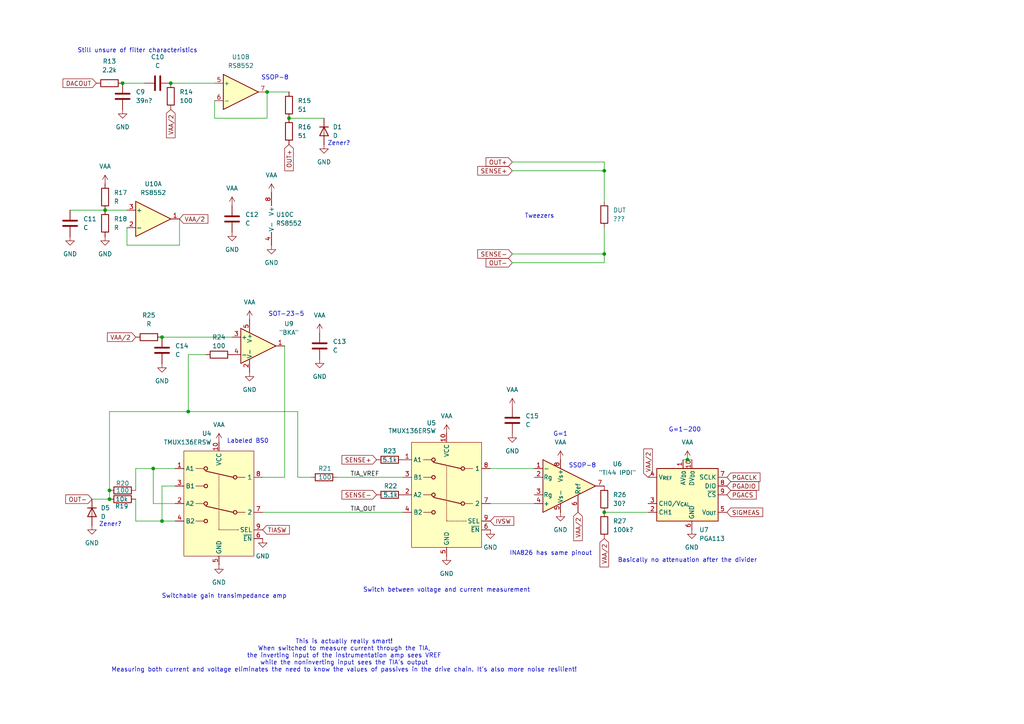
<source format=kicad_sch>
(kicad_sch (version 20250114) (generator "eeschema") (generator_version "9.0")
  (paper "A4")
  (lib_symbols
    (symbol "Amplifier_Instrumentation:INA849DGK" (pin_names (offset 0.127))
      (property "Reference" "U" (at 3.556 7.366 0))
      (property "Value" "INA849DGK" (at 7.366 5.334 0))
      (symbol "INA849DGK_0_1"
        (polyline (pts (xy -5.08 7.62) (xy -5.08 -7.62) (xy 10.16 0) (xy -5.08 7.62)) (stroke (width 0.254)) (fill (type background)))
      )
      (symbol "INA849DGK_1_1"
        (pin input line (at -7.62 5.08 0) (length 2.54) (name "-") (number "1"))
        (pin passive line (at -7.62 2.54 0) (length 2.54) (name "Rg") (number "2"))
        (pin passive line (at -7.62 -2.54 0) (length 2.54) (name "Rg") (number "3"))
        (pin input line (at -7.62 -5.08 0) (length 2.54) (name "+") (number "4"))
        (pin power_in line (at 0 7.62 270) (length 2.54) (name "Vs+") (number "8"))
        (pin power_in line (at 0 -7.62 90) (length 2.54) (name "Vs-") (number "5"))
        (pin passive line (at 5.08 -7.62 90) (length 5.08) (name "Ref") (number "6"))
        (pin output line (at 12.7 0 180) (length 2.54) (name "~") (number "7"))
      )
    )
    (symbol "Amplifier_Operational:LM358" (pin_names (offset 0.127))
      (property "Reference" "U" (at 0 5.08 0))
      (property "Value" "LM358" (at 0 -5.08 0))
      (symbol "LM358_1_1"
        (polyline (pts (xy -5.08 5.08) (xy 5.08 0) (xy -5.08 -5.08) (xy -5.08 5.08)) (stroke (width 0.254)) (fill (type background)))
        (pin input line (at -7.62 2.54 0) (length 2.54) (name "+") (number "3"))
        (pin input line (at -7.62 -2.54 0) (length 2.54) (name "-") (number "2"))
        (pin output line (at 7.62 0 180) (length 2.54) (name "~") (number "1"))
      )
      (symbol "LM358_2_1"
        (polyline (pts (xy -5.08 5.08) (xy 5.08 0) (xy -5.08 -5.08) (xy -5.08 5.08)) (stroke (width 0.254)) (fill (type background)))
        (pin input line (at -7.62 2.54 0) (length 2.54) (name "+") (number "5"))
        (pin input line (at -7.62 -2.54 0) (length 2.54) (name "-") (number "6"))
        (pin output line (at 7.62 0 180) (length 2.54) (name "~") (number "7"))
      )
      (symbol "LM358_3_1"
        (pin power_in line (at -2.54 7.62 270) (length 3.81) (name "V+") (number "8"))
        (pin power_in line (at -2.54 -7.62 90) (length 3.81) (name "V-") (number "4"))
      )
    )
    (symbol "Amplifier_Operational:OPA188xxDBV" (pin_names (offset 0.127))
      (property "Reference" "U" (at 0 5.08 0))
      (property "Value" "OPA188xxDBV" (at 0 -5.08 0))
      (symbol "OPA188xxDBV_0_1"
        (polyline (pts (xy -5.08 5.08) (xy 5.08 0) (xy -5.08 -5.08) (xy -5.08 5.08)) (stroke (width 0.254)) (fill (type background)))
        (pin power_in line (at -2.54 7.62 270) (length 3.81) (name "V+") (number "5"))
        (pin power_in line (at -2.54 -7.62 90) (length 3.81) (name "V-") (number "2"))
      )
      (symbol "OPA188xxDBV_1_1"
        (pin input line (at -7.62 2.54 0) (length 2.54) (name "+") (number "3"))
        (pin input line (at -7.62 -2.54 0) (length 2.54) (name "-") (number "4"))
        (pin output line (at 7.62 0 180) (length 2.54) (name "~") (number "1"))
      )
    )
    (symbol "Analog:PGA113"
      (property "Reference" "U" (at -8.89 8.89 0))
      (property "Value" "PGA113" (at 7.62 8.89 0))
      (symbol "PGA113_0_1"
        (rectangle (start -10.16 7.62) (end 7.62 -7.62) (stroke (width 0.254)) (fill (type background)))
      )
      (symbol "PGA113_1_1"
        (pin input line (at -12.7 5.08 0) (length 2.54) (name "V_{REF}") (number "4"))
        (pin input line (at -12.7 -2.54 0) (length 2.54) (name "CH0/V_{CAL}") (number "3"))
        (pin input line (at -12.7 -5.08 0) (length 2.54) (name "CH1") (number "2"))
        (pin power_in line (at -2.54 10.16 270) (length 2.54) (name "AV_{DD}") (number "1"))
        (pin power_in line (at 0 10.16 270) (length 2.54) (name "DV_{DD}") (number "10"))
        (pin power_in line (at 0 -10.16 90) (length 2.54) (name "GND") (number "6"))
        (pin input line (at 10.16 5.08 180) (length 2.54) (name "SCLK") (number "7"))
        (pin bidirectional line (at 10.16 2.54 180) (length 2.54) (name "DIO") (number "8"))
        (pin input line (at 10.16 0 180) (length 2.54) (name "~{CS}") (number "9"))
        (pin output line (at 10.16 -5.08 180) (length 2.54) (name "V_{OUT}") (number "5"))
      )
    )
    (symbol "Analog_Switch:TMUX154ERSW"
      (property "Reference" "U4" (at 2.1433 20.32 0))
      (property "Value" "TMUX136ERSW" (at 2.1433 17.78 0))
      (symbol "TMUX154ERSW_1_1"
        (rectangle (start -10.16 15.24) (end 10.16 -15.24) (fill (type background)))
        (polyline (pts (xy -7.62 7.62) (xy -5.334 7.62)))
        (polyline (pts (xy -7.62 -2.54) (xy -5.334 -2.54)))
        (polyline (pts (xy -5.715 -7.62) (xy -5.207 -7.62)))
        (polyline (pts (xy -4.953 -7.62) (xy -4.699 -7.62)))
        (circle (center -4.699 7.62) (radius 0.508) (stroke (width 0.254)))
        (circle (center -4.699 -2.54) (radius 0.508) (stroke (width 0.254)))
        (polyline (pts (xy -4.445 -7.62) (xy -4.191 -7.62)))
        (polyline (pts (xy -3.937 -7.62) (xy -3.683 -7.62)))
        (polyline (pts (xy -3.429 -7.62) (xy -3.175 -7.62)))
        (polyline (pts (xy -2.921 -7.62) (xy -2.667 -7.62)))
        (polyline (pts (xy -2.413 -7.62) (xy -2.159 -7.62)))
        (polyline (pts (xy -1.905 -7.62) (xy -1.651 -7.62)))
        (polyline (pts (xy -1.397 -7.62) (xy -1.143 -7.62)))
        (polyline (pts (xy -0.889 -7.62) (xy -0.635 -7.62)))
        (polyline (pts (xy -0.381 -7.62) (xy -0.127 -7.62)))
        (polyline (pts (xy 0 7.874) (xy 0 8.128)))
        (polyline (pts (xy 0 7.366) (xy 0 7.62)))
        (polyline (pts (xy 0 6.858) (xy 0 7.112)))
        (polyline (pts (xy 0 6.35) (xy 0 6.604)))
        (polyline (pts (xy 0 5.842) (xy 0 6.096)))
        (polyline (pts (xy 0 5.334) (xy 0 5.588)))
        (polyline (pts (xy 0 4.826) (xy 0 5.08)))
        (polyline (pts (xy 0 4.318) (xy 0 4.572)))
        (polyline (pts (xy 0 3.81) (xy 0 4.064)))
        (polyline (pts (xy 0 3.302) (xy 0 3.556)))
        (polyline (pts (xy 0 2.794) (xy 0 3.048)))
        (polyline (pts (xy 0 2.286) (xy 0 2.54)))
        (polyline (pts (xy 0 1.778) (xy 0 2.032)))
        (polyline (pts (xy 0 1.27) (xy 0 1.524)))
        (polyline (pts (xy 0 0.762) (xy 0 1.016)))
        (polyline (pts (xy 0 0.254) (xy 0 0.508)))
        (polyline (pts (xy 0 -0.254) (xy 0 0)))
        (polyline (pts (xy 0 -0.762) (xy 0 -0.508)))
        (polyline (pts (xy 0 -1.27) (xy 0 -1.016)))
        (polyline (pts (xy 0 -2.286) (xy 0 -2.032)))
        (polyline (pts (xy 0 -2.794) (xy 0 -2.54)))
        (polyline (pts (xy 0 -3.302) (xy 0 -3.048)))
        (polyline (pts (xy 0 -3.81) (xy 0 -3.556)))
        (polyline (pts (xy 0 -4.318) (xy 0 -4.064)))
        (polyline (pts (xy 0 -4.826) (xy 0 -4.572)))
        (polyline (pts (xy 0 -5.334) (xy 0 -5.08)))
        (polyline (pts (xy 0 -5.842) (xy 0 -5.588)))
        (polyline (pts (xy 0 -6.35) (xy 0 -6.096)))
        (polyline (pts (xy 0 -6.858) (xy 0 -6.604)))
        (polyline (pts (xy 0 -7.62) (xy 0 -7.112)))
        (circle (center 3.81 10.16) (radius 0.508) (stroke (width 0.254)))
        (polyline (pts (xy 3.81 9.398) (xy -4.064 7.62)) (stroke (width 0.254)))
        (circle (center 3.81 5.08) (radius 0.508) (stroke (width 0.254)))
        (circle (center 3.81 0) (radius 0.508) (stroke (width 0.254)))
        (polyline (pts (xy 3.81 -0.762) (xy -4.064 -2.54)) (stroke (width 0.254)))
        (circle (center 3.81 -5.08) (radius 0.508) (stroke (width 0.254)))
        (polyline (pts (xy 6.731 10.16) (xy 4.445 10.16)))
        (polyline (pts (xy 6.731 5.08) (xy 4.445 5.08)))
        (polyline (pts (xy 6.731 0) (xy 4.445 0)))
        (polyline (pts (xy 6.731 -5.08) (xy 4.445 -5.08)))
        (pin passive line (at -12.7 7.62 0) (length 2.54) (name "1") (number "8"))
        (pin passive line (at -12.7 -2.54 0) (length 2.54) (name "2") (number "7"))
        (pin passive line (at -12.7 -7.62 0) (length 2.54) (name "SEL") (number "9"))
        (pin passive line (at -12.7 -10.16 0) (length 2.54) (name "~{EN}") (number "6"))
        (pin power_in line (at 0 17.78 270) (length 2.54) (name "VCC") (number "10"))
        (pin power_in line (at 0 -17.78 90) (length 2.54) (name "GND") (number "5"))
        (pin passive line (at 12.7 10.16 180) (length 2.54) (name "A1") (number "1"))
        (pin passive line (at 12.7 5.08 180) (length 2.54) (name "B1") (number "3"))
        (pin passive line (at 12.7 0 180) (length 2.54) (name "A2") (number "2"))
        (pin passive line (at 12.7 -5.08 180) (length 2.54) (name "B2") (number "4"))
      )
    )
    (symbol "Device:C" (pin_numbers (hide yes)) (pin_names (offset 0.254))
      (property "Reference" "C" (at 0.635 2.54 0))
      (property "Value" "C" (at 0.635 -2.54 0))
      (symbol "C_0_1"
        (polyline (pts (xy -2.032 0.762) (xy 2.032 0.762)) (stroke (width 0.508)))
        (polyline (pts (xy -2.032 -0.762) (xy 2.032 -0.762)) (stroke (width 0.508)))
      )
      (symbol "C_1_1"
        (pin passive line (at 0 3.81 270) (length 2.794) (name "~") (number "1"))
        (pin passive line (at 0 -3.81 90) (length 2.794) (name "~") (number "2"))
      )
    )
    (symbol "Device:D" (pin_numbers (hide yes)) (pin_names (offset 1.016) (hide yes))
      (property "Reference" "D" (at 0 2.54 0))
      (property "Value" "D" (at 0 -2.54 0))
      (symbol "D_0_1"
        (polyline (pts (xy -1.27 1.27) (xy -1.27 -1.27)) (stroke (width 0.254)))
        (polyline (pts (xy 1.27 1.27) (xy 1.27 -1.27) (xy -1.27 0) (xy 1.27 1.27)) (stroke (width 0.254)))
        (polyline (pts (xy 1.27 0) (xy -1.27 0)))
      )
      (symbol "D_1_1"
        (pin passive line (at -3.81 0 0) (length 2.54) (name "K") (number "1"))
        (pin passive line (at 3.81 0 180) (length 2.54) (name "A") (number "2"))
      )
    )
    (symbol "Device:R" (pin_numbers (hide yes)) (pin_names (offset 0))
      (property "Reference" "R" (at 2.032 0 90))
      (property "Value" "R" (at 0 0 90))
      (symbol "R_0_1"
        (rectangle (start -1.016 -2.54) (end 1.016 2.54) (stroke (width 0.254)))
      )
      (symbol "R_1_1"
        (pin passive line (at 0 3.81 270) (length 1.27) (name "~") (number "1"))
        (pin passive line (at 0 -3.81 90) (length 1.27) (name "~") (number "2"))
      )
    )
    (symbol "power:GND" (power) (pin_numbers (hide yes)) (pin_names (offset 0) (hide yes))
      (property "Value" "GND" (at 0 -3.81 0))
      (symbol "GND_0_1"
        (polyline (pts (xy 0 0) (xy 0 -1.27) (xy 1.27 -1.27) (xy 0 -2.54) (xy -1.27 -1.27) (xy 0 -1.27)))
      )
      (symbol "GND_1_1"
        (pin power_in line (at 0 0 270) (length 0) (name "~") (number "1"))
      )
    )
    (symbol "power:VAA" (power) (pin_numbers (hide yes)) (pin_names (offset 0) (hide yes))
      (property "Value" "VAA" (at 0 3.556 0))
      (symbol "VAA_0_1"
        (polyline (pts (xy -0.762 1.27) (xy 0 2.54)))
        (polyline (pts (xy 0 2.54) (xy 0.762 1.27)))
        (polyline (pts (xy 0 0) (xy 0 2.54)))
      )
      (symbol "VAA_1_1"
        (pin power_in line (at 0 0 90) (length 0) (name "~") (number "1"))
      )
    )
  )
  (text "Switchable gain transimpedance amp" (at 65.024 172.974 0) (effects (font (size 1.27 1.27))))
  (text "G=1-200" (at 198.628 124.714 0) (effects (font (size 1.27 1.27))))
  (text "Switch between voltage and current measurement" (at 129.54 171.196 0) (effects (font (size 1.27 1.27))))
  (text "This is actually really smart!\nWhen switched to measure current through the TIA,\nthe inverting input of the instrumentation amp sees VREF\nwhile the noninverting input sees the TIA's output\nMeasuring both current and voltage eliminates the need to know the values of passives in the drive chain. It's also more noise resilient!" (at 99.822 190.246 0) (effects (font (size 1.27 1.27))))
  (text "SSOP-8" (at 79.756 22.606 0) (effects (font (size 1.27 1.27))))
  (text "SSOP-8" (at 168.91 135.128 0) (effects (font (size 1.27 1.27))))
  (text "Zener?" (at 98.298 41.656 0) (effects (font (size 1.27 1.27))))
  (text "G=1" (at 162.56 125.984 0) (effects (font (size 1.27 1.27))))
  (text "SOT-23-5" (at 83.058 91.186 0) (effects (font (size 1.27 1.27))))
  (text "Zener?" (at 32.004 152.146 0) (effects (font (size 1.27 1.27))))
  (text "Labeled BS0" (at 71.882 128.016 0) (effects (font (size 1.27 1.27))))
  (text "Still unsure of filter characteristics" (at 39.878 14.732 0) (effects (font (size 1.27 1.27))))
  (text "INA826 has same pinout" (at 159.766 160.528 0) (effects (font (size 1.27 1.27))))
  (text "Tweezers" (at 156.464 62.738 0) (effects (font (size 1.27 1.27))))
  (text "Basically no attenuation after the divider" (at 199.39 162.56 0) (effects (font (size 1.27 1.27))))
  (junction (at 54.61 119.38))
  (junction (at 46.99 151.13))
  (junction (at 44.45 135.89))
  (junction (at 46.99 97.79))
  (junction (at 175.26 148.59))
  (junction (at 30.48 60.96))
  (junction (at 175.26 49.53))
  (junction (at 35.56 24.13))
  (junction (at 31.75 142.24))
  (junction (at 31.75 144.78))
  (junction (at 77.47 26.67))
  (junction (at 175.26 73.66))
  (junction (at 49.53 24.13))
  (junction (at 199.39 133.35))
  (junction (at 83.82 34.29))
  (wire (pts (xy 148.59 76.2) (xy 175.26 76.2)))
  (wire (pts (xy 30.48 60.96) (xy 36.83 60.96)))
  (wire (pts (xy 39.37 135.89) (xy 44.45 135.89)))
  (wire (pts (xy 77.47 26.67) (xy 77.47 34.29)))
  (wire (pts (xy 77.47 34.29) (xy 62.23 34.29)))
  (wire (pts (xy 86.36 119.38) (xy 86.36 138.43)))
  (wire (pts (xy 86.36 119.38) (xy 54.61 119.38)))
  (wire (pts (xy 44.45 146.05) (xy 44.45 135.89)))
  (wire (pts (xy 59.69 102.87) (xy 54.61 102.87)))
  (wire (pts (xy 82.55 100.33) (xy 82.55 138.43)))
  (wire (pts (xy 36.83 66.04) (xy 36.83 71.12)))
  (wire (pts (xy 175.26 49.53) (xy 175.26 58.42)))
  (wire (pts (xy 82.55 138.43) (xy 76.2 138.43)))
  (wire (pts (xy 148.59 46.99) (xy 175.26 46.99)))
  (wire (pts (xy 39.37 144.78) (xy 39.37 151.13)))
  (wire (pts (xy 116.84 138.43) (xy 97.79 138.43)))
  (wire (pts (xy 46.99 151.13) (xy 50.8 151.13)))
  (wire (pts (xy 20.32 60.96) (xy 30.48 60.96)))
  (wire (pts (xy 175.26 73.66) (xy 175.26 66.04)))
  (wire (pts (xy 49.53 24.13) (xy 62.23 24.13)))
  (wire (pts (xy 142.24 146.05) (xy 154.94 146.05)))
  (wire (pts (xy 142.24 135.89) (xy 154.94 135.89)))
  (wire (pts (xy 199.39 133.35) (xy 200.66 133.35)))
  (wire (pts (xy 26.67 144.78) (xy 31.75 144.78)))
  (wire (pts (xy 50.8 146.05) (xy 44.45 146.05)))
  (wire (pts (xy 50.8 140.97) (xy 46.99 140.97)))
  (wire (pts (xy 54.61 119.38) (xy 31.75 119.38)))
  (wire (pts (xy 175.26 76.2) (xy 175.26 73.66)))
  (wire (pts (xy 175.26 46.99) (xy 175.26 49.53)))
  (wire (pts (xy 76.2 148.59) (xy 116.84 148.59)))
  (wire (pts (xy 52.07 71.12) (xy 52.07 63.5)))
  (wire (pts (xy 198.12 133.35) (xy 199.39 133.35)))
  (wire (pts (xy 62.23 34.29) (xy 62.23 29.21)))
  (wire (pts (xy 39.37 151.13) (xy 46.99 151.13)))
  (wire (pts (xy 54.61 102.87) (xy 54.61 119.38)))
  (wire (pts (xy 148.59 49.53) (xy 175.26 49.53)))
  (wire (pts (xy 31.75 119.38) (xy 31.75 142.24)))
  (wire (pts (xy 39.37 142.24) (xy 39.37 135.89)))
  (wire (pts (xy 83.82 34.29) (xy 93.98 34.29)))
  (wire (pts (xy 148.59 73.66) (xy 175.26 73.66)))
  (wire (pts (xy 175.26 148.59) (xy 187.96 148.59)))
  (wire (pts (xy 83.82 26.67) (xy 77.47 26.67)))
  (wire (pts (xy 46.99 140.97) (xy 46.99 151.13)))
  (wire (pts (xy 46.99 97.79) (xy 67.31 97.79)))
  (wire (pts (xy 31.75 142.24) (xy 31.75 144.78)))
  (wire (pts (xy 36.83 71.12) (xy 52.07 71.12)))
  (wire (pts (xy 44.45 135.89) (xy 50.8 135.89)))
  (wire (pts (xy 86.36 138.43) (xy 90.17 138.43)))
  (wire (pts (xy 35.56 24.13) (xy 41.91 24.13)))
  (label "TIA_VREF" (at 101.6 138.43 0))
  (label "TIA_OUT" (at 101.6 148.59 0))
  (global_label "SENSE-" (shape input) (at 148.59 73.66 180) (property "Intersheetrefs" "${INTERSHEET_REFS}" (effects (hide yes))))
  (global_label "VAA{slash}2" (shape input) (at 167.64 148.59 270) (property "Intersheetrefs" "${INTERSHEET_REFS}" (effects (hide yes))))
  (global_label "PGACLK" (shape input) (at 210.82 138.43 0) (property "Intersheetrefs" "${INTERSHEET_REFS}" (effects (hide yes))))
  (global_label "IVSW" (shape input) (at 142.24 151.13 0) (property "Intersheetrefs" "${INTERSHEET_REFS}" (effects (hide yes))))
  (global_label "PGACS" (shape input) (at 210.82 143.51 0) (property "Intersheetrefs" "${INTERSHEET_REFS}" (effects (hide yes))))
  (global_label "VAA{slash}2" (shape input) (at 52.07 63.5 0) (property "Intersheetrefs" "${INTERSHEET_REFS}" (effects (hide yes))))
  (global_label "SIGMEAS" (shape input) (at 210.82 148.59 0) (property "Intersheetrefs" "${INTERSHEET_REFS}" (effects (hide yes))))
  (global_label "SENSE+" (shape input) (at 109.22 133.35 180) (property "Intersheetrefs" "${INTERSHEET_REFS}" (effects (hide yes))))
  (global_label "SENSE-" (shape input) (at 109.22 143.51 180) (property "Intersheetrefs" "${INTERSHEET_REFS}" (effects (hide yes))))
  (global_label "TIASW" (shape input) (at 76.2 153.67 0) (property "Intersheetrefs" "${INTERSHEET_REFS}" (effects (hide yes))))
  (global_label "OUT+" (shape input) (at 83.82 41.91 270) (property "Intersheetrefs" "${INTERSHEET_REFS}" (effects (hide yes))))
  (global_label "OUT-" (shape input) (at 148.59 76.2 180) (property "Intersheetrefs" "${INTERSHEET_REFS}" (effects (hide yes))))
  (global_label "VAA{slash}2" (shape input) (at 39.37 97.79 180) (property "Intersheetrefs" "${INTERSHEET_REFS}" (effects (hide yes))))
  (global_label "OUT+" (shape input) (at 148.59 46.99 180) (property "Intersheetrefs" "${INTERSHEET_REFS}" (effects (hide yes))))
  (global_label "SENSE+" (shape input) (at 148.59 49.53 180) (property "Intersheetrefs" "${INTERSHEET_REFS}" (effects (hide yes))))
  (global_label "PGADIO" (shape input) (at 210.82 140.97 0) (property "Intersheetrefs" "${INTERSHEET_REFS}" (effects (hide yes))))
  (global_label "DACOUT" (shape input) (at 27.94 24.13 180) (property "Intersheetrefs" "${INTERSHEET_REFS}" (effects (hide yes))))
  (global_label "VAA{slash}2" (shape input) (at 49.53 31.75 270) (property "Intersheetrefs" "${INTERSHEET_REFS}" (effects (hide yes))))
  (global_label "VAA{slash}2" (shape input) (at 187.96 138.43 90) (property "Intersheetrefs" "${INTERSHEET_REFS}" (effects (hide yes))))
  (global_label "VAA{slash}2" (shape input) (at 175.26 156.21 270) (property "Intersheetrefs" "${INTERSHEET_REFS}" (effects (hide yes))))
  (global_label "OUT-" (shape input) (at 26.67 144.78 180) (property "Intersheetrefs" "${INTERSHEET_REFS}" (effects (hide yes))))
  (symbol (lib_id "Analog:PGA113") (at 200.66 143.51 0) (unit 1)
    (property "Reference" "U7" (at 202.8033 153.67 0) (effects (justify left)))
    (property "Value" "PGA113" (at 202.8033 156.21 0) (effects (justify left)))
    (property "Footprint" "Package_SO:TSSOP-10_3x3mm_P0.5mm" (effects (hide yes)))
    (property "Datasheet" "http://www.ti.com/lit/ds/sbos424c/sbos424c.pdf" (effects (hide yes)))
    (property "Description" "Zero-Drift Programmable Gain Amplifier With Mux, x1/x2/x5/x10/x20/x50/x100/x200 gains, VSSOP-10" (effects (hide yes)))
  )
  (symbol (lib_id "Device:D") (at 93.98 38.1 270) (unit 1)
    (property "Reference" "D1" (at 96.52 36.8299 90) (effects (justify left)))
    (property "Value" "D" (at 96.52 39.3699 90) (effects (justify left)))
    (property "Description" "Diode" (effects (hide yes)))
    (property "Sim.Device" "D" (effects (hide yes)))
    (property "Sim.Pins" "1=K 2=A" (effects (hide yes)))
  )
  (symbol (lib_id "power:GND") (at 26.67 152.4 0) (unit 1)
    (property "Reference" "#PWR048" (effects (hide yes)))
    (property "Value" "GND" (at 26.67 157.48 0))
    (property "Description" "Power symbol creates a global label with name \"GND\" , ground" (effects (hide yes)))
  )
  (symbol (lib_id "Device:C") (at 148.59 121.92 0) (unit 1)
    (property "Reference" "C15" (at 152.4 120.6499 0) (effects (justify left)))
    (property "Value" "C" (at 152.4 123.1899 0) (effects (justify left)))
    (property "Description" "Unpolarized capacitor" (effects (hide yes)))
  )
  (symbol (lib_id "Device:C") (at 45.72 24.13 90) (unit 1)
    (property "Reference" "C10" (at 45.72 16.51 90))
    (property "Value" "C" (at 45.72 19.05 90))
    (property "Description" "Unpolarized capacitor" (effects (hide yes)))
  )
  (symbol (lib_id "power:VAA") (at 72.39 92.71 0) (unit 1)
    (property "Reference" "#PWR052" (effects (hide yes)))
    (property "Value" "VAA" (at 72.39 87.63 0))
    (property "Description" "Power symbol creates a global label with name \"VAA\"" (effects (hide yes)))
  )
  (symbol (lib_id "Device:D") (at 26.67 148.59 270) (unit 1)
    (property "Reference" "D5" (at 29.21 147.3199 90) (effects (justify left)))
    (property "Value" "D" (at 29.21 149.8599 90) (effects (justify left)))
    (property "Description" "Diode" (effects (hide yes)))
    (property "Sim.Device" "D" (effects (hide yes)))
    (property "Sim.Pins" "1=K 2=A" (effects (hide yes)))
  )
  (symbol (lib_id "power:GND") (at 92.71 104.14 0) (unit 1)
    (property "Reference" "#PWR054" (effects (hide yes)))
    (property "Value" "GND" (at 92.71 109.22 0))
    (property "Description" "Power symbol creates a global label with name \"GND\" , ground" (effects (hide yes)))
  )
  (symbol (lib_id "power:GND") (at 78.74 71.12 0) (unit 1)
    (property "Reference" "#PWR044" (effects (hide yes)))
    (property "Value" "GND" (at 78.74 76.2 0))
    (property "Description" "Power symbol creates a global label with name \"GND\" , ground" (effects (hide yes)))
  )
  (symbol (lib_id "power:VAA") (at 67.31 59.69 0) (unit 1)
    (property "Reference" "#PWR042" (effects (hide yes)))
    (property "Value" "VAA" (at 67.31 54.61 0))
    (property "Description" "Power symbol creates a global label with name \"VAA\"" (effects (hide yes)))
  )
  (symbol (lib_id "power:GND") (at 46.99 105.41 0) (unit 1)
    (property "Reference" "#PWR055" (effects (hide yes)))
    (property "Value" "GND" (at 46.99 110.49 0))
    (property "Description" "Power symbol creates a global label with name \"GND\" , ground" (effects (hide yes)))
  )
  (symbol (lib_id "Device:R") (at 113.03 143.51 90) (unit 1)
    (property "Reference" "R22" (at 113.284 140.97 90))
    (property "Value" "5.1k" (at 113.284 143.51 90))
    (property "Description" "Resistor" (effects (hide yes)))
  )
  (symbol (lib_id "power:VAA") (at 78.74 55.88 0) (unit 1)
    (property "Reference" "#PWR041" (effects (hide yes)))
    (property "Value" "VAA" (at 78.74 50.8 0))
    (property "Description" "Power symbol creates a global label with name \"VAA\"" (effects (hide yes)))
  )
  (symbol (lib_id "Device:R") (at 30.48 64.77 180) (unit 1)
    (property "Reference" "R18" (at 33.02 63.4999 0) (effects (justify right)))
    (property "Value" "R" (at 33.02 66.0399 0) (effects (justify right)))
    (property "Description" "Resistor" (effects (hide yes)))
  )
  (symbol (lib_id "power:VAA") (at 63.5 128.27 0) (unit 1)
    (property "Reference" "#PWR046" (effects (hide yes)))
    (property "Value" "VAA" (at 63.5 123.19 0))
    (property "Description" "Power symbol creates a global label with name \"VAA\"" (effects (hide yes)))
  )
  (symbol (lib_id "power:GND") (at 76.2 156.21 0) (unit 1)
    (property "Reference" "#PWR049" (effects (hide yes)))
    (property "Value" "GND" (at 76.2 161.29 0))
    (property "Description" "Power symbol creates a global label with name \"GND\" , ground" (effects (hide yes)))
  )
  (symbol (lib_id "Amplifier_Operational:LM358") (at 69.85 26.67 0) (unit 2)
    (property "Reference" "U10" (at 69.85 16.51 0))
    (property "Value" "RS8552" (at 69.85 19.05 0))
    (property "Datasheet" "http://www.ti.com/lit/ds/symlink/lm2904-n.pdf" (effects (hide yes)))
    (property "Description" "Low-Power, Dual Operational Amplifiers, DIP-8/SOIC-8/TO-99-8" (effects (hide yes)))
  )
  (symbol (lib_id "power:GND") (at 162.56 148.59 0) (unit 1)
    (property "Reference" "#PWR059" (effects (hide yes)))
    (property "Value" "GND" (at 162.56 153.67 0))
    (property "Description" "Power symbol creates a global label with name \"GND\" , ground" (effects (hide yes)))
  )
  (symbol (lib_id "Device:R") (at 35.56 142.24 90) (unit 1)
    (property "Reference" "R20" (at 35.56 140.208 90))
    (property "Value" "100" (at 35.56 142.24 90))
    (property "Description" "Resistor" (effects (hide yes)))
  )
  (symbol (lib_id "Amplifier_Operational:OPA188xxDBV") (at 74.93 100.33 0) (unit 1)
    (property "Reference" "U9" (at 83.82 93.9098 0))
    (property "Value" "\"BKA\"" (at 83.82 96.4498 0))
    (property "Footprint" "Package_TO_SOT_SMD:TSOT-23-5" (effects (hide yes)))
    (property "Datasheet" "http://www.ti.com/lit/ds/symlink/opa188.pdf" (effects (hide yes)))
    (property "Description" "Zero-Drift, Precision, Low-Noise, Rail-to-Rail Output, 36-V Operational Amplifier, TSOT-23-5" (effects (hide yes)))
  )
  (symbol (lib_id "power:GND") (at 72.39 107.95 0) (unit 1)
    (property "Reference" "#PWR063" (effects (hide yes)))
    (property "Value" "GND" (at 72.39 113.03 0))
    (property "Description" "Power symbol creates a global label with name \"GND\" , ground" (effects (hide yes)))
  )
  (symbol (lib_id "Analog_Switch:TMUX154ERSW") (at 129.54 143.51 0) (mirror y) (unit 1)
    (property "Reference" "U5" (at 126.492 122.682 0) (effects (justify left)))
    (property "Value" "TMUX136ERSW" (at 126.492 124.968 0) (effects (justify left)))
    (property "Footprint" "Package_DFN_QFN:UQFN-10_1.4x1.8mm_P0.4mm" (effects (hide yes)))
    (property "Datasheet" "https://www.ti.com/lit/ds/symlink/tmux154e.pdf" (effects (hide yes)))
    (property "Description" "ESD-Protected, Low Capacitance, 2-Channel, 2:1 Switch, With Powered-off Protection, UQFN-10" (effects (hide yes)))
  )
  (symbol (lib_id "Device:R") (at 49.53 27.94 180) (unit 1)
    (property "Reference" "R14" (at 52.07 26.6699 0) (effects (justify right)))
    (property "Value" "100" (at 52.07 29.2099 0) (effects (justify right)))
    (property "Description" "Resistor" (effects (hide yes)))
  )
  (symbol (lib_id "power:GND") (at 35.56 31.75 0) (unit 1)
    (property "Reference" "#PWR036" (effects (hide yes)))
    (property "Value" "GND" (at 35.56 36.83 0))
    (property "Description" "Power symbol creates a global label with name \"GND\" , ground" (effects (hide yes)))
  )
  (symbol (lib_id "power:GND") (at 63.5 163.83 0) (unit 1)
    (property "Reference" "#PWR047" (effects (hide yes)))
    (property "Value" "GND" (at 63.5 168.91 0))
    (property "Description" "Power symbol creates a global label with name \"GND\" , ground" (effects (hide yes)))
  )
  (symbol (lib_id "Device:C") (at 20.32 64.77 180) (unit 1)
    (property "Reference" "C11" (at 24.13 63.4999 0) (effects (justify right)))
    (property "Value" "C" (at 24.13 66.0399 0) (effects (justify right)))
    (property "Description" "Unpolarized capacitor" (effects (hide yes)))
  )
  (symbol (lib_id "Amplifier_Operational:LM358") (at 81.28 63.5 0) (unit 3)
    (property "Reference" "U10" (at 80.01 62.2299 0) (effects (justify left)))
    (property "Value" "RS8552" (at 80.01 64.7699 0) (effects (justify left)))
    (property "Datasheet" "http://www.ti.com/lit/ds/symlink/lm2904-n.pdf" (effects (hide yes)))
    (property "Description" "Low-Power, Dual Operational Amplifiers, DIP-8/SOIC-8/TO-99-8" (effects (hide yes)))
  )
  (symbol (lib_id "Analog_Switch:TMUX154ERSW") (at 63.5 146.05 0) (mirror y) (unit 1)
    (property "Reference" "U4" (at 61.3567 125.73 0) (effects (justify left)))
    (property "Value" "TMUX136ERSW" (at 61.3567 128.27 0) (effects (justify left)))
    (property "Footprint" "Package_DFN_QFN:UQFN-10_1.4x1.8mm_P0.4mm" (effects (hide yes)))
    (property "Datasheet" "https://www.ti.com/lit/ds/symlink/tmux154e.pdf" (effects (hide yes)))
    (property "Description" "ESD-Protected, Low Capacitance, 2-Channel, 2:1 Switch, With Powered-off Protection, UQFN-10" (effects (hide yes)))
  )
  (symbol (lib_id "power:VAA") (at 30.48 53.34 0) (unit 1)
    (property "Reference" "#PWR040" (effects (hide yes)))
    (property "Value" "VAA" (at 30.48 48.26 0))
    (property "Description" "Power symbol creates a global label with name \"VAA\"" (effects (hide yes)))
  )
  (symbol (lib_id "Device:C") (at 67.31 63.5 0) (unit 1)
    (property "Reference" "C12" (at 71.12 62.2299 0) (effects (justify left)))
    (property "Value" "C" (at 71.12 64.7699 0) (effects (justify left)))
    (property "Description" "Unpolarized capacitor" (effects (hide yes)))
  )
  (symbol (lib_id "Device:R") (at 83.82 38.1 0) (unit 1)
    (property "Reference" "R16" (at 86.36 36.8299 0) (effects (justify left)))
    (property "Value" "51" (at 86.36 39.3699 0) (effects (justify left)))
    (property "Description" "Resistor" (effects (hide yes)))
  )
  (symbol (lib_id "power:VAA") (at 162.56 133.35 0) (unit 1)
    (property "Reference" "#PWR058" (effects (hide yes)))
    (property "Value" "VAA" (at 162.56 128.27 0))
    (property "Description" "Power symbol creates a global label with name \"VAA\"" (effects (hide yes)))
  )
  (symbol (lib_id "Device:R") (at 43.18 97.79 90) (unit 1)
    (property "Reference" "R25" (at 43.18 91.44 90))
    (property "Value" "R" (at 43.18 93.98 90))
    (property "Description" "Resistor" (effects (hide yes)))
  )
  (symbol (lib_id "Device:R") (at 175.26 144.78 0) (unit 1)
    (property "Reference" "R26" (at 177.8 143.5099 0) (effects (justify left)))
    (property "Value" "30?" (at 177.8 146.0499 0) (effects (justify left)))
    (property "Description" "Resistor" (effects (hide yes)))
  )
  (symbol (lib_id "Device:R") (at 83.82 30.48 0) (unit 1)
    (property "Reference" "R15" (at 86.36 29.2099 0) (effects (justify left)))
    (property "Value" "51" (at 86.36 31.7499 0) (effects (justify left)))
    (property "Description" "Resistor" (effects (hide yes)))
  )
  (symbol (lib_id "power:GND") (at 20.32 68.58 0) (unit 1)
    (property "Reference" "#PWR039" (effects (hide yes)))
    (property "Value" "GND" (at 20.32 73.66 0))
    (property "Description" "Power symbol creates a global label with name \"GND\" , ground" (effects (hide yes)))
  )
  (symbol (lib_id "power:VAA") (at 129.54 125.73 0) (unit 1)
    (property "Reference" "#PWR051" (effects (hide yes)))
    (property "Value" "VAA" (at 129.54 120.65 0))
    (property "Description" "Power symbol creates a global label with name \"VAA\"" (effects (hide yes)))
  )
  (symbol (lib_id "Device:R") (at 35.56 144.78 90) (unit 1)
    (property "Reference" "R19" (at 35.306 146.812 90))
    (property "Value" "10k" (at 35.306 144.78 90))
    (property "Description" "Resistor" (effects (hide yes)))
  )
  (symbol (lib_id "Device:C") (at 92.71 100.33 0) (unit 1)
    (property "Reference" "C13" (at 96.52 99.0599 0) (effects (justify left)))
    (property "Value" "C" (at 96.52 101.5999 0) (effects (justify left)))
    (property "Description" "Unpolarized capacitor" (effects (hide yes)))
  )
  (symbol (lib_id "power:GND") (at 129.54 161.29 0) (unit 1)
    (property "Reference" "#PWR050" (effects (hide yes)))
    (property "Value" "GND" (at 129.54 166.37 0))
    (property "Description" "Power symbol creates a global label with name \"GND\" , ground" (effects (hide yes)))
  )
  (symbol (lib_id "Device:R") (at 31.75 24.13 90) (unit 1)
    (property "Reference" "R13" (at 31.75 17.78 90))
    (property "Value" "2.2k" (at 31.75 20.32 90))
    (property "Description" "Resistor" (effects (hide yes)))
  )
  (symbol (lib_id "power:GND") (at 142.24 153.67 0) (unit 1)
    (property "Reference" "#PWR060" (effects (hide yes)))
    (property "Value" "GND" (at 142.24 158.75 0))
    (property "Description" "Power symbol creates a global label with name \"GND\" , ground" (effects (hide yes)))
  )
  (symbol (lib_id "power:VAA") (at 148.59 118.11 0) (unit 1)
    (property "Reference" "#PWR056" (effects (hide yes)))
    (property "Value" "VAA" (at 148.59 113.03 0))
    (property "Description" "Power symbol creates a global label with name \"VAA\"" (effects (hide yes)))
  )
  (symbol (lib_id "Device:R") (at 30.48 57.15 180) (unit 1)
    (property "Reference" "R17" (at 33.02 55.8799 0) (effects (justify right)))
    (property "Value" "R" (at 33.02 58.4199 0) (effects (justify right)))
    (property "Description" "Resistor" (effects (hide yes)))
  )
  (symbol (lib_id "power:VAA") (at 199.39 133.35 0) (unit 1)
    (property "Reference" "#PWR061" (effects (hide yes)))
    (property "Value" "VAA" (at 199.39 128.27 0))
    (property "Description" "Power symbol creates a global label with name \"VAA\"" (effects (hide yes)))
  )
  (symbol (lib_id "Amplifier_Instrumentation:INA849DGK") (at 162.56 140.97 0) (unit 1)
    (property "Reference" "U6" (at 179.07 134.5498 0))
    (property "Value" "\"TI44 IPDI\"" (at 179.07 137.0898 0))
    (property "Footprint" "Package_SO:VSSOP-8_3x3mm_P0.65mm" (effects (hide yes)))
    (property "Datasheet" "https://www.ti.com/lit/ds/symlink/ina849.pdf" (effects (hide yes)))
    (property "Description" "Ultra-Low-Noise (1 nV/√Hz), 28 MHz Bandwidth, Instrumentation Amplifier, Supply Range 8V to 36V, VSSOP-8" (effects (hide yes)))
  )
  (symbol (lib_id "power:VAA") (at 92.71 96.52 0) (unit 1)
    (property "Reference" "#PWR053" (effects (hide yes)))
    (property "Value" "VAA" (at 92.71 91.44 0))
    (property "Description" "Power symbol creates a global label with name \"VAA\"" (effects (hide yes)))
  )
  (symbol (lib_id "Device:R") (at 175.26 62.23 0) (unit 1)
    (property "Reference" "DUT" (at 177.8 60.9599 0) (effects (justify left)))
    (property "Value" "???" (at 177.8 63.4999 0) (effects (justify left)))
    (property "Description" "Resistor" (effects (hide yes)))
  )
  (symbol (lib_id "power:GND") (at 30.48 68.58 0) (unit 1)
    (property "Reference" "#PWR038" (effects (hide yes)))
    (property "Value" "GND" (at 30.48 73.66 0))
    (property "Description" "Power symbol creates a global label with name \"GND\" , ground" (effects (hide yes)))
  )
  (symbol (lib_id "Device:C") (at 46.99 101.6 0) (unit 1)
    (property "Reference" "C14" (at 50.8 100.3299 0) (effects (justify left)))
    (property "Value" "C" (at 50.8 102.8699 0) (effects (justify left)))
    (property "Description" "Unpolarized capacitor" (effects (hide yes)))
  )
  (symbol (lib_id "power:GND") (at 93.98 41.91 0) (unit 1)
    (property "Reference" "#PWR045" (effects (hide yes)))
    (property "Value" "GND" (at 93.98 46.99 0))
    (property "Description" "Power symbol creates a global label with name \"GND\" , ground" (effects (hide yes)))
  )
  (symbol (lib_id "Device:R") (at 63.5 102.87 90) (unit 1)
    (property "Reference" "R24" (at 63.5 97.79 90))
    (property "Value" "100" (at 63.5 100.33 90))
    (property "Description" "Resistor" (effects (hide yes)))
  )
  (symbol (lib_id "power:GND") (at 200.66 153.67 0) (unit 1)
    (property "Reference" "#PWR062" (effects (hide yes)))
    (property "Value" "GND" (at 200.66 158.75 0))
    (property "Description" "Power symbol creates a global label with name \"GND\" , ground" (effects (hide yes)))
  )
  (symbol (lib_id "Device:R") (at 113.03 133.35 90) (unit 1)
    (property "Reference" "R23" (at 113.03 130.81 90))
    (property "Value" "5.1k" (at 113.03 133.35 90))
    (property "Description" "Resistor" (effects (hide yes)))
  )
  (symbol (lib_id "Device:C") (at 35.56 27.94 0) (unit 1)
    (property "Reference" "C9" (at 39.37 26.6699 0) (effects (justify left)))
    (property "Value" "39n?" (at 39.37 29.2099 0) (effects (justify left)))
    (property "Description" "Unpolarized capacitor" (effects (hide yes)))
  )
  (symbol (lib_id "power:GND") (at 67.31 67.31 0) (unit 1)
    (property "Reference" "#PWR043" (effects (hide yes)))
    (property "Value" "GND" (at 67.31 72.39 0))
    (property "Description" "Power symbol creates a global label with name \"GND\" , ground" (effects (hide yes)))
  )
  (symbol (lib_id "Amplifier_Operational:LM358") (at 44.45 63.5 0) (unit 1)
    (property "Reference" "U10" (at 44.45 53.34 0))
    (property "Value" "RS8552" (at 44.45 55.88 0))
    (property "Datasheet" "http://www.ti.com/lit/ds/symlink/lm2904-n.pdf" (effects (hide yes)))
    (property "Description" "Low-Power, Dual Operational Amplifiers, DIP-8/SOIC-8/TO-99-8" (effects (hide yes)))
  )
  (symbol (lib_id "Device:R") (at 93.98 138.43 90) (unit 1)
    (property "Reference" "R21" (at 94.234 135.89 90))
    (property "Value" "100" (at 94.234 138.43 90))
    (property "Description" "Resistor" (effects (hide yes)))
  )
  (symbol (lib_id "power:GND") (at 148.59 125.73 0) (unit 1)
    (property "Reference" "#PWR057" (effects (hide yes)))
    (property "Value" "GND" (at 148.59 130.81 0))
    (property "Description" "Power symbol creates a global label with name \"GND\" , ground" (effects (hide yes)))
  )
  (symbol (lib_id "Device:R") (at 175.26 152.4 0) (unit 1)
    (property "Reference" "R27" (at 177.8 151.1299 0) (effects (justify left)))
    (property "Value" "100k?" (at 177.8 153.6699 0) (effects (justify left)))
    (property "Description" "Resistor" (effects (hide yes)))
  )
)
</source>
